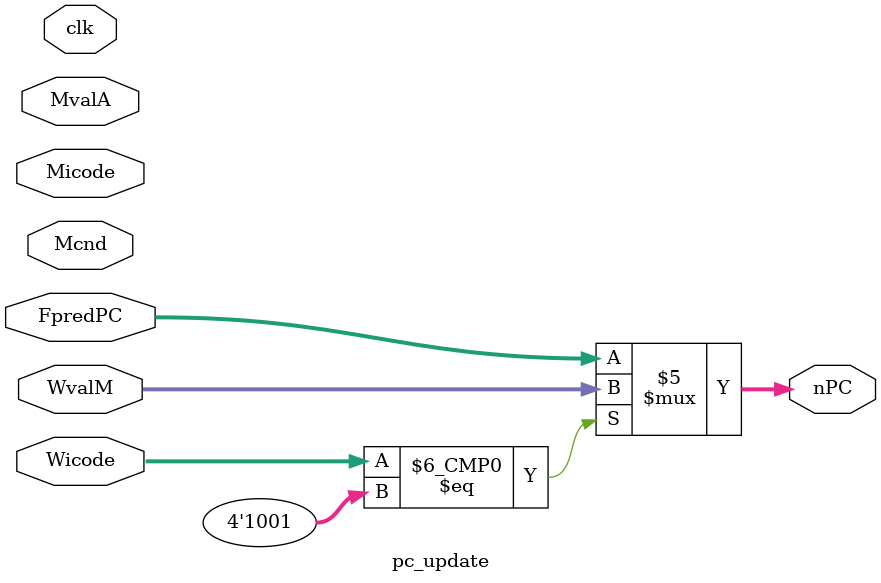
<source format=v>

`timescale 1ns / 10ps

module pc_update(
    input clk,
    input Mcnd,
    input [3:0]Micode,
    input [3:0]Wicode,
    input [63:0]MvalA,
    input [63:0]WvalM,
    input [63:0]FpredPC,
    output reg [63:0]nPC
);

// DEFINING ICODE PARAMETERS

parameter HALT = 4'b0000;
parameter NOP = 4'b0001;
parameter CMOVXX = 4'b0010;
parameter IRMOVQ = 4'b0011;
parameter RMMOVQ = 4'b0100;
parameter MRMOVQ = 4'b0101;
parameter OPQ = 4'b0110;
parameter JXX = 4'b0111;
parameter CALL = 4'b1000;
parameter RET = 4'b1001;
parameter PUSHQ = 4'b1010;
parameter POPQ = 4'b1011;

initial begin
nPC = 64'd2; // BECAUSE FIRST INSTRUCTION IS HALT, TO USE THIS UNCOMMENT FIRST INSTRUCTION OF HALT AND INITIALIZE 0 HERE
end

always @(*)
begin
    
    case(Micode)

    JXX:
    begin
        if(Mcnd == 0)
        begin
            nPC <= MvalA;
        end
    end

    default:
    begin
        nPC = FpredPC; // FpredPC IS COMING FROM FREG MODULE KA OUTPUT
    end

    endcase

    case(Wicode)

    RET:
    begin
        nPC = WvalM;
    end

    default:
    begin
        nPC = FpredPC;
    end

    endcase


end

endmodule

</source>
